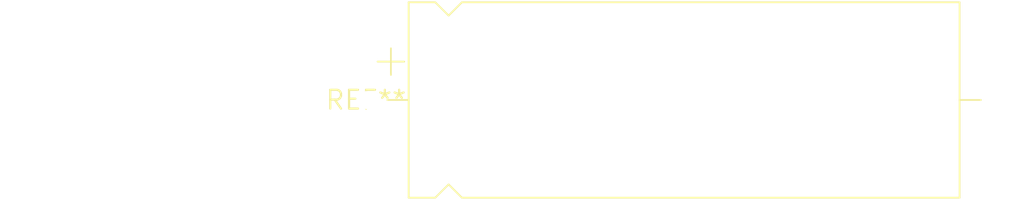
<source format=kicad_pcb>
(kicad_pcb (version 20240108) (generator pcbnew)
  (layers (0 "F.Cu" signal) (31 "B.Cu" signal) (34 "B.Paste" user) (35 "F.Paste" user) (36 "B.SilkS" user "B.Silkscreen") (37 "F.SilkS" user "F.Silkscreen") (38 "B.Mask" user) (39 "F.Mask" user) (44 "Edge.Cuts" user))
  (net 0 "")
  (footprint "CP_Axial_L37.0mm_D13.0mm_P43.00mm_Horizontal" (layer "F.Cu") (at 0 0)
    (property "Reference" "REF**")
    (property "Value" "CP_Axial_L37.0mm_D13.0mm_P43.00mm_Horizontal")
    (fp_line (start 0.78 -2.6) (end 2.58 -2.6) (layer "F.SilkS") (stroke (width 0.12)))
    (fp_line (start 1.44 0) (end 2.88 0) (layer "F.SilkS") (stroke (width 0.12)))
    (fp_line (start 1.68 -3.5) (end 1.68 -1.7) (layer "F.SilkS") (stroke (width 0.12)))
    (fp_line (start 2.88 -6.62) (end 2.88 6.62) (layer "F.SilkS") (stroke (width 0.12)))
    (fp_line (start 2.88 -6.62) (end 4.68 -6.62) (layer "F.SilkS") (stroke (width 0.12)))
    (fp_line (start 2.88 6.62) (end 4.68 6.62) (layer "F.SilkS") (stroke (width 0.12)))
    (fp_line (start 4.68 -6.62) (end 5.58 -5.72) (layer "F.SilkS") (stroke (width 0.12)))
    (fp_line (start 4.68 6.62) (end 5.58 5.72) (layer "F.SilkS") (stroke (width 0.12)))
    (fp_line (start 5.58 -5.72) (end 6.48 -6.62) (layer "F.SilkS") (stroke (width 0.12)))
    (fp_line (start 5.58 5.72) (end 6.48 6.62) (layer "F.SilkS") (stroke (width 0.12)))
    (fp_line (start 6.48 -6.62) (end 40.12 -6.62) (layer "F.SilkS") (stroke (width 0.12)))
    (fp_line (start 6.48 6.62) (end 40.12 6.62) (layer "F.SilkS") (stroke (width 0.12)))
    (fp_line (start 40.12 -6.62) (end 40.12 6.62) (layer "F.SilkS") (stroke (width 0.12)))
    (fp_line (start 41.56 0) (end 40.12 0) (layer "F.SilkS") (stroke (width 0.12)))
    (pad "1" thru_hole rect (at 0 0) (size 2.4 2.4) (drill 1.2) (layers *.Cu *.Mask) (remove_unused_layers))
    (pad "2" thru_hole oval (at 43 0) (size 2.4 2.4) (drill 1.2) (layers *.Cu *.Mask) (remove_unused_layers))
  )
)
</source>
